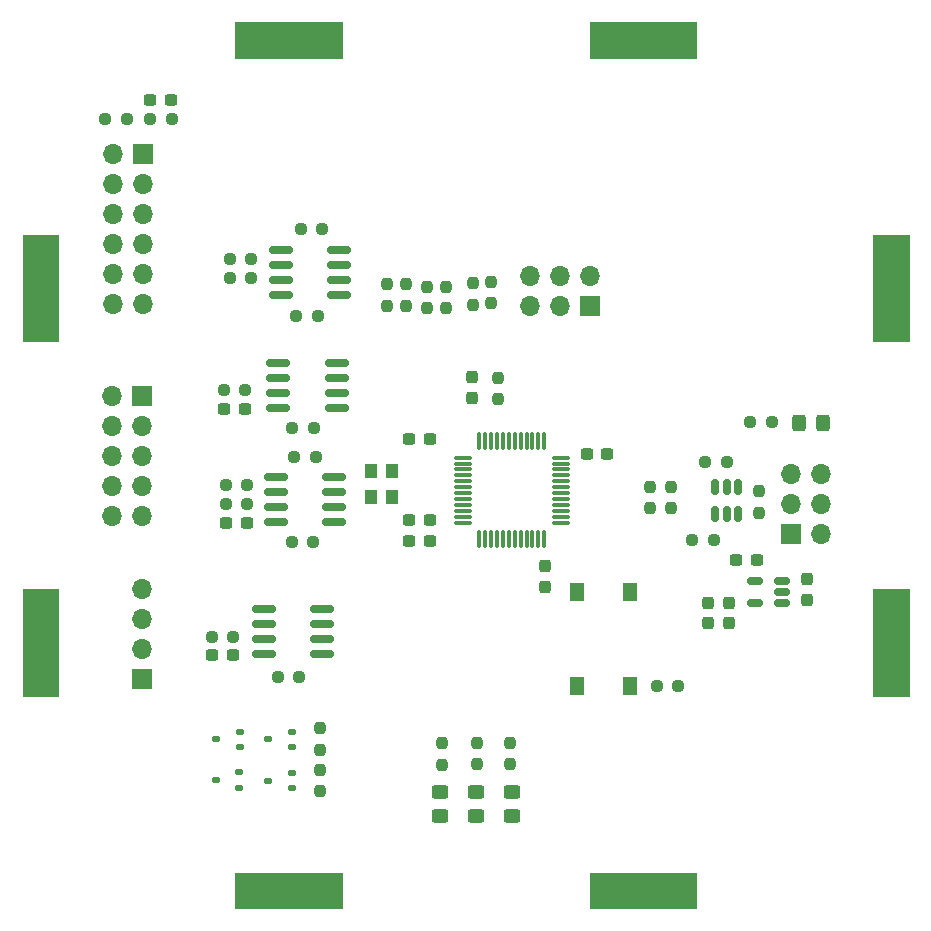
<source format=gbr>
%TF.GenerationSoftware,KiCad,Pcbnew,8.0.0*%
%TF.CreationDate,2024-11-18T17:54:36+03:00*%
%TF.ProjectId,box_bottom,626f785f-626f-4747-946f-6d2e6b696361,rev?*%
%TF.SameCoordinates,Original*%
%TF.FileFunction,Soldermask,Top*%
%TF.FilePolarity,Negative*%
%FSLAX46Y46*%
G04 Gerber Fmt 4.6, Leading zero omitted, Abs format (unit mm)*
G04 Created by KiCad (PCBNEW 8.0.0) date 2024-11-18 17:54:36*
%MOMM*%
%LPD*%
G01*
G04 APERTURE LIST*
G04 Aperture macros list*
%AMRoundRect*
0 Rectangle with rounded corners*
0 $1 Rounding radius*
0 $2 $3 $4 $5 $6 $7 $8 $9 X,Y pos of 4 corners*
0 Add a 4 corners polygon primitive as box body*
4,1,4,$2,$3,$4,$5,$6,$7,$8,$9,$2,$3,0*
0 Add four circle primitives for the rounded corners*
1,1,$1+$1,$2,$3*
1,1,$1+$1,$4,$5*
1,1,$1+$1,$6,$7*
1,1,$1+$1,$8,$9*
0 Add four rect primitives between the rounded corners*
20,1,$1+$1,$2,$3,$4,$5,0*
20,1,$1+$1,$4,$5,$6,$7,0*
20,1,$1+$1,$6,$7,$8,$9,0*
20,1,$1+$1,$8,$9,$2,$3,0*%
G04 Aperture macros list end*
%ADD10C,0.100000*%
%ADD11RoundRect,0.112500X0.237500X-0.112500X0.237500X0.112500X-0.237500X0.112500X-0.237500X-0.112500X0*%
%ADD12RoundRect,0.150000X0.150000X-0.512500X0.150000X0.512500X-0.150000X0.512500X-0.150000X-0.512500X0*%
%ADD13RoundRect,0.237500X-0.300000X-0.237500X0.300000X-0.237500X0.300000X0.237500X-0.300000X0.237500X0*%
%ADD14RoundRect,0.237500X0.250000X0.237500X-0.250000X0.237500X-0.250000X-0.237500X0.250000X-0.237500X0*%
%ADD15R,1.700000X1.700000*%
%ADD16O,1.700000X1.700000*%
%ADD17RoundRect,0.237500X0.237500X-0.250000X0.237500X0.250000X-0.237500X0.250000X-0.237500X-0.250000X0*%
%ADD18RoundRect,0.237500X-0.237500X0.250000X-0.237500X-0.250000X0.237500X-0.250000X0.237500X0.250000X0*%
%ADD19R,1.300000X1.550000*%
%ADD20RoundRect,0.237500X-0.250000X-0.237500X0.250000X-0.237500X0.250000X0.237500X-0.250000X0.237500X0*%
%ADD21RoundRect,0.237500X0.300000X0.237500X-0.300000X0.237500X-0.300000X-0.237500X0.300000X-0.237500X0*%
%ADD22RoundRect,0.150000X0.825000X0.150000X-0.825000X0.150000X-0.825000X-0.150000X0.825000X-0.150000X0*%
%ADD23RoundRect,0.237500X0.237500X-0.300000X0.237500X0.300000X-0.237500X0.300000X-0.237500X-0.300000X0*%
%ADD24RoundRect,0.237500X-0.237500X0.300000X-0.237500X-0.300000X0.237500X-0.300000X0.237500X0.300000X0*%
%ADD25RoundRect,0.150000X0.512500X0.150000X-0.512500X0.150000X-0.512500X-0.150000X0.512500X-0.150000X0*%
%ADD26RoundRect,0.250000X0.450000X-0.325000X0.450000X0.325000X-0.450000X0.325000X-0.450000X-0.325000X0*%
%ADD27RoundRect,0.075000X-0.662500X-0.075000X0.662500X-0.075000X0.662500X0.075000X-0.662500X0.075000X0*%
%ADD28RoundRect,0.075000X-0.075000X-0.662500X0.075000X-0.662500X0.075000X0.662500X-0.075000X0.662500X0*%
%ADD29R,1.000000X1.300000*%
%ADD30RoundRect,0.250000X0.325000X0.450000X-0.325000X0.450000X-0.325000X-0.450000X0.325000X-0.450000X0*%
G04 APERTURE END LIST*
D10*
X198000000Y-140000000D02*
X207000000Y-140000000D01*
X207000000Y-143000000D01*
X198000000Y-143000000D01*
X198000000Y-140000000D01*
G36*
X198000000Y-140000000D02*
G01*
X207000000Y-140000000D01*
X207000000Y-143000000D01*
X198000000Y-143000000D01*
X198000000Y-140000000D01*
G37*
X228000000Y-68000000D02*
X237000000Y-68000000D01*
X237000000Y-71000000D01*
X228000000Y-71000000D01*
X228000000Y-68000000D01*
G36*
X228000000Y-68000000D02*
G01*
X237000000Y-68000000D01*
X237000000Y-71000000D01*
X228000000Y-71000000D01*
X228000000Y-68000000D01*
G37*
X198000000Y-68000000D02*
X207000000Y-68000000D01*
X207000000Y-71000000D01*
X198000000Y-71000000D01*
X198000000Y-68000000D01*
G36*
X198000000Y-68000000D02*
G01*
X207000000Y-68000000D01*
X207000000Y-71000000D01*
X198000000Y-71000000D01*
X198000000Y-68000000D01*
G37*
X228000000Y-140000000D02*
X237000000Y-140000000D01*
X237000000Y-143000000D01*
X228000000Y-143000000D01*
X228000000Y-140000000D01*
G36*
X228000000Y-140000000D02*
G01*
X237000000Y-140000000D01*
X237000000Y-143000000D01*
X228000000Y-143000000D01*
X228000000Y-140000000D01*
G37*
X183000000Y-125000000D02*
X180000000Y-125000000D01*
X180000000Y-116000000D01*
X183000000Y-116000000D01*
X183000000Y-125000000D01*
G36*
X183000000Y-125000000D02*
G01*
X180000000Y-125000000D01*
X180000000Y-116000000D01*
X183000000Y-116000000D01*
X183000000Y-125000000D01*
G37*
X255000000Y-125000000D02*
X252000000Y-125000000D01*
X252000000Y-116000000D01*
X255000000Y-116000000D01*
X255000000Y-125000000D01*
G36*
X255000000Y-125000000D02*
G01*
X252000000Y-125000000D01*
X252000000Y-116000000D01*
X255000000Y-116000000D01*
X255000000Y-125000000D01*
G37*
X183000000Y-95000000D02*
X180000000Y-95000000D01*
X180000000Y-86000000D01*
X183000000Y-86000000D01*
X183000000Y-95000000D01*
G36*
X183000000Y-95000000D02*
G01*
X180000000Y-95000000D01*
X180000000Y-86000000D01*
X183000000Y-86000000D01*
X183000000Y-95000000D01*
G37*
X255000000Y-95000000D02*
X252000000Y-95000000D01*
X252000000Y-86000000D01*
X255000000Y-86000000D01*
X255000000Y-95000000D01*
G36*
X255000000Y-95000000D02*
G01*
X252000000Y-95000000D01*
X252000000Y-86000000D01*
X255000000Y-86000000D01*
X255000000Y-95000000D01*
G37*
D11*
%TO.C,Q3*%
X202800000Y-132850000D03*
X202800000Y-131550000D03*
X200800000Y-132200000D03*
%TD*%
D12*
%TO.C,U5*%
X238650001Y-109600000D03*
X239600000Y-109600000D03*
X240549999Y-109600000D03*
X240549999Y-107325000D03*
X239600000Y-107325000D03*
X238650001Y-107325000D03*
%TD*%
D13*
%TO.C,C10*%
X227737500Y-104500000D03*
X229462500Y-104500000D03*
%TD*%
D14*
%TO.C,SB5*%
X204800000Y-104799999D03*
X202975000Y-104799999D03*
%TD*%
D15*
%TO.C,X4*%
X190090000Y-99650000D03*
D16*
X187550000Y-99650000D03*
X190090000Y-102190000D03*
X187550000Y-102190000D03*
X190090000Y-104730000D03*
X187550000Y-104730000D03*
X190090000Y-107270000D03*
X187550000Y-107270000D03*
X190090000Y-109810000D03*
X187550000Y-109810000D03*
%TD*%
D17*
%TO.C,R11*%
X233112500Y-109138756D03*
X233112500Y-107313756D03*
%TD*%
D11*
%TO.C,Q1*%
X202800000Y-129337500D03*
X202800000Y-128037500D03*
X200800000Y-128687500D03*
%TD*%
D18*
%TO.C,SB12*%
X212464235Y-90144314D03*
X212464235Y-91969314D03*
%TD*%
D14*
%TO.C,SB1*%
X203425000Y-123400000D03*
X201600000Y-123400000D03*
%TD*%
D19*
%TO.C,SW1*%
X231450000Y-116220000D03*
X231450000Y-124180000D03*
X226950000Y-116220000D03*
X226950000Y-124180000D03*
%TD*%
D20*
%TO.C,R7*%
X197175000Y-108800000D03*
X199000000Y-108800000D03*
%TD*%
D21*
%TO.C,C12*%
X242137499Y-113525003D03*
X240412497Y-113525003D03*
%TD*%
D22*
%TO.C,U2*%
X206800000Y-91070000D03*
X206800000Y-89800000D03*
X206800000Y-88530000D03*
X206800000Y-87260000D03*
X201850000Y-87260000D03*
X201850000Y-88530000D03*
X201850000Y-89800000D03*
X201850000Y-91070000D03*
%TD*%
%TO.C,U3*%
X206362500Y-110305000D03*
X206362500Y-109035000D03*
X206362500Y-107765000D03*
X206362500Y-106495000D03*
X201412500Y-106495000D03*
X201412500Y-107765000D03*
X201412500Y-109035000D03*
X201412500Y-110305000D03*
%TD*%
D17*
%TO.C,R17*%
X215531572Y-130869860D03*
X215531572Y-129044860D03*
%TD*%
D20*
%TO.C,R4*%
X196000001Y-119999999D03*
X197825001Y-119999999D03*
%TD*%
D23*
%TO.C,C9*%
X218000000Y-99762501D03*
X218000000Y-98037499D03*
%TD*%
D17*
%TO.C,R19*%
X221259137Y-130799149D03*
X221259137Y-128974149D03*
%TD*%
D20*
%TO.C,R8*%
X197175000Y-107200000D03*
X199000000Y-107200000D03*
%TD*%
D18*
%TO.C,R3*%
X205200000Y-127775000D03*
X205200000Y-129600000D03*
%TD*%
D21*
%TO.C,C6*%
X214462501Y-111900000D03*
X212737499Y-111900000D03*
%TD*%
%TO.C,C8*%
X214462501Y-103300000D03*
X212737499Y-103300000D03*
%TD*%
D14*
%TO.C,SB4*%
X204600000Y-112000000D03*
X202775000Y-112000000D03*
%TD*%
D13*
%TO.C,C3*%
X197062499Y-100765000D03*
X198787501Y-100765000D03*
%TD*%
D22*
%TO.C,U1*%
X205368463Y-121459038D03*
X205368463Y-120189038D03*
X205368463Y-118919038D03*
X205368463Y-117649038D03*
X200418463Y-117649038D03*
X200418463Y-118919038D03*
X200418463Y-120189038D03*
X200418463Y-121459038D03*
%TD*%
D24*
%TO.C,C14*%
X238000000Y-117137499D03*
X238000000Y-118862501D03*
%TD*%
D17*
%TO.C,SB9*%
X219676724Y-91763921D03*
X219676724Y-89938921D03*
%TD*%
%TO.C,SB11*%
X214258347Y-92188185D03*
X214258347Y-90363185D03*
%TD*%
D24*
%TO.C,C11*%
X246400000Y-115137499D03*
X246400000Y-116862501D03*
%TD*%
D15*
%TO.C,X1*%
X245060000Y-111340000D03*
D16*
X247600000Y-111340000D03*
X245060000Y-108800000D03*
X247600000Y-108800000D03*
X245060000Y-106260001D03*
X247600000Y-106260000D03*
%TD*%
D20*
%TO.C,R6*%
X197537500Y-88060000D03*
X199362500Y-88060000D03*
%TD*%
D11*
%TO.C,Q2*%
X198400000Y-129337500D03*
X198400000Y-128037500D03*
X196400000Y-128687500D03*
%TD*%
D25*
%TO.C,U7*%
X244242498Y-117155001D03*
X244242498Y-116205002D03*
X244242498Y-115255003D03*
X241967498Y-115255003D03*
X241967498Y-117155001D03*
%TD*%
D13*
%TO.C,C5*%
X190799999Y-74600000D03*
X192525001Y-74600000D03*
%TD*%
D20*
%TO.C,R9*%
X197012500Y-99165000D03*
X198837500Y-99165000D03*
%TD*%
D13*
%TO.C,C1*%
X196050000Y-121600000D03*
X197775002Y-121600000D03*
%TD*%
D17*
%TO.C,R18*%
X218430710Y-130799149D03*
X218430710Y-128974149D03*
%TD*%
D24*
%TO.C,C13*%
X239800003Y-117137499D03*
X239800003Y-118862501D03*
%TD*%
D18*
%TO.C,SB10*%
X215858347Y-90363185D03*
X215858347Y-92188185D03*
%TD*%
D26*
%TO.C,D3*%
X218359999Y-135224999D03*
X218359999Y-133175001D03*
%TD*%
D11*
%TO.C,Q4*%
X198335919Y-132789038D03*
X198335919Y-131489038D03*
X196335919Y-132139038D03*
%TD*%
D17*
%TO.C,SB7*%
X220200000Y-99912500D03*
X220200000Y-98087500D03*
%TD*%
D26*
%TO.C,D2*%
X215319998Y-135224999D03*
X215319998Y-133175001D03*
%TD*%
D22*
%TO.C,U4*%
X206600000Y-100670000D03*
X206600000Y-99400000D03*
X206600000Y-98130000D03*
X206600000Y-96860000D03*
X201650000Y-96860000D03*
X201650000Y-98130000D03*
X201650000Y-99400000D03*
X201650000Y-100670000D03*
%TD*%
D15*
%TO.C,X3*%
X190200000Y-79100000D03*
D16*
X187660000Y-79100000D03*
X190200000Y-81640000D03*
X187660000Y-81640000D03*
X190200000Y-84180000D03*
X187660000Y-84180000D03*
X190200000Y-86720000D03*
X187660000Y-86720000D03*
X190200000Y-89260000D03*
X187660000Y-89260000D03*
X190200000Y-91800000D03*
X187660000Y-91800000D03*
%TD*%
D26*
%TO.C,D4*%
X221400000Y-135224999D03*
X221400000Y-133175001D03*
%TD*%
D17*
%TO.C,R15*%
X205200000Y-133112500D03*
X205200000Y-131287500D03*
%TD*%
%TO.C,R1*%
X242312500Y-109538756D03*
X242312500Y-107713756D03*
%TD*%
%TO.C,SB13*%
X210864234Y-91969314D03*
X210864234Y-90144314D03*
%TD*%
D24*
%TO.C,C7*%
X224200000Y-114037499D03*
X224200000Y-115762501D03*
%TD*%
D20*
%TO.C,R2*%
X237799999Y-105226256D03*
X239624999Y-105226256D03*
%TD*%
%TO.C,R13*%
X186975000Y-76200000D03*
X188800000Y-76200000D03*
%TD*%
%TO.C,R5*%
X197537500Y-89660000D03*
X199362500Y-89660000D03*
%TD*%
D14*
%TO.C,R10*%
X238512500Y-111800000D03*
X236687500Y-111800000D03*
%TD*%
%TO.C,R16*%
X243408463Y-101815761D03*
X241583463Y-101815761D03*
%TD*%
%TO.C,SB6*%
X204637500Y-102365000D03*
X202812500Y-102365000D03*
%TD*%
D13*
%TO.C,C2*%
X197224999Y-110400000D03*
X198950001Y-110400000D03*
%TD*%
D15*
%TO.C,X5*%
X228000000Y-92000000D03*
D16*
X228000000Y-89460000D03*
X225460000Y-92000000D03*
X225460000Y-89460000D03*
X222920001Y-92000000D03*
X222920000Y-89460000D03*
%TD*%
D27*
%TO.C,U6*%
X217237500Y-104850000D03*
X217237500Y-105350000D03*
X217237500Y-105850000D03*
X217237500Y-106350000D03*
X217237500Y-106850000D03*
X217237500Y-107350000D03*
X217237500Y-107850000D03*
X217237500Y-108350000D03*
X217237500Y-108850000D03*
X217237500Y-109350000D03*
X217237500Y-109850000D03*
X217237500Y-110350000D03*
D28*
X218650000Y-111762500D03*
X219150000Y-111762500D03*
X219650000Y-111762500D03*
X220150000Y-111762500D03*
X220650000Y-111762500D03*
X221150000Y-111762500D03*
X221650000Y-111762500D03*
X222150000Y-111762500D03*
X222650000Y-111762500D03*
X223150000Y-111762500D03*
X223650000Y-111762500D03*
X224150000Y-111762500D03*
D27*
X225562500Y-110350000D03*
X225562500Y-109850000D03*
X225562500Y-109350000D03*
X225562500Y-108850000D03*
X225562500Y-108350000D03*
X225562500Y-107850000D03*
X225562500Y-107350000D03*
X225562500Y-106850000D03*
X225562500Y-106350000D03*
X225562500Y-105850000D03*
X225562500Y-105350000D03*
X225562500Y-104850000D03*
D28*
X224150000Y-103437500D03*
X223650000Y-103437500D03*
X223150000Y-103437500D03*
X222650000Y-103437500D03*
X222150000Y-103437500D03*
X221650000Y-103437500D03*
X221150000Y-103437500D03*
X220650000Y-103437500D03*
X220150000Y-103437500D03*
X219650000Y-103437500D03*
X219150000Y-103437500D03*
X218650000Y-103437500D03*
%TD*%
D20*
%TO.C,R14*%
X190775000Y-76200000D03*
X192600000Y-76200000D03*
%TD*%
D14*
%TO.C,SB2*%
X204962500Y-92860000D03*
X203137500Y-92860000D03*
%TD*%
D21*
%TO.C,C4*%
X214462501Y-110100000D03*
X212737499Y-110100000D03*
%TD*%
D17*
%TO.C,R12*%
X234912499Y-109138756D03*
X234912499Y-107313756D03*
%TD*%
D18*
%TO.C,SB8*%
X218121089Y-90080342D03*
X218121089Y-91905342D03*
%TD*%
D15*
%TO.C,X2*%
X190068464Y-123554037D03*
D16*
X190068464Y-121014037D03*
X190068464Y-118474038D03*
X190068464Y-115934037D03*
%TD*%
D14*
%TO.C,R20*%
X235512500Y-124200000D03*
X233687500Y-124200000D03*
%TD*%
D29*
%TO.C,Y1*%
X209499999Y-106000000D03*
X209499999Y-108200000D03*
X211300001Y-108200000D03*
X211300001Y-106000000D03*
%TD*%
D14*
%TO.C,SB3*%
X205362500Y-85460000D03*
X203537500Y-85460000D03*
%TD*%
D30*
%TO.C,D1*%
X247763602Y-101956064D03*
X245713604Y-101956064D03*
%TD*%
M02*

</source>
